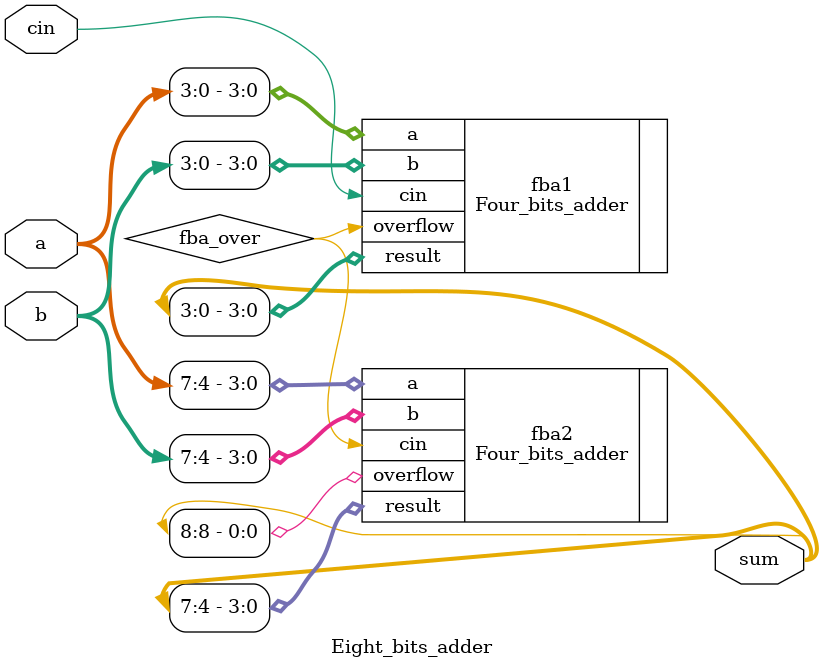
<source format=v>
module Eight_bits_adder(
                        input [7:0] a,
                        input [7:0] b,
                        input cin,
                        output [8:0] sum
                        );
                        
    wire fba_over;

    Four_bits_adder fba1(
                        .a(a[3:0]),
                        .b(b[3:0]),
                        .cin(cin),
                        .result(sum[3:0]),
                        .overflow(fba_over)
                        );
        
    Four_bits_adder fba2(
                        .a(a[7:4]),
                        .b(b[7:4]),
                        .cin(fba_over),
                        .result(sum[7:4]),
                        .overflow(sum[8])
                        );

endmodule
</source>
